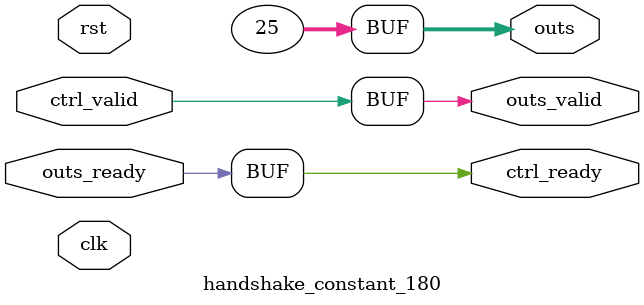
<source format=v>
`timescale 1ns / 1ps
module handshake_constant_180 #(
  parameter DATA_WIDTH = 32  // Default set to 32 bits
) (
  input                       clk,
  input                       rst,
  // Input Channel
  input                       ctrl_valid,
  output                      ctrl_ready,
  // Output Channel
  output [DATA_WIDTH - 1 : 0] outs,
  output                      outs_valid,
  input                       outs_ready
);
  assign outs       = 6'b011001;
  assign outs_valid = ctrl_valid;
  assign ctrl_ready = outs_ready;

endmodule

</source>
